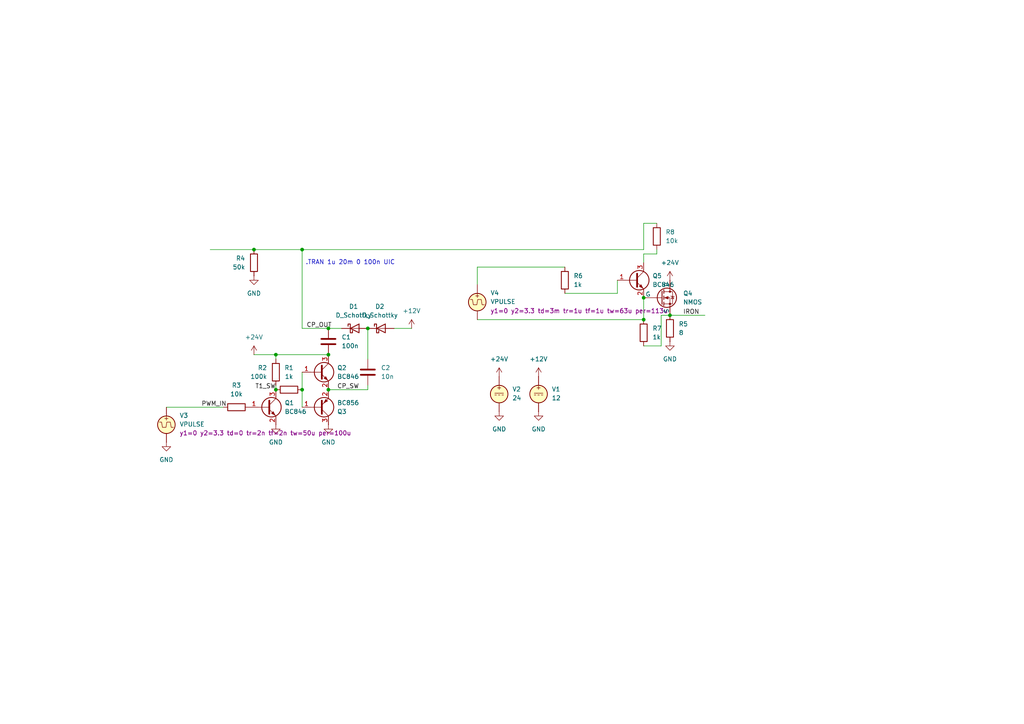
<source format=kicad_sch>
(kicad_sch (version 20250114) (generator "eeschema") (generator_version "9.0")
  (paper "A4")
  (lib_symbols
    (symbol "Device:C" (pin_numbers (hide yes)) (pin_names (offset 0.254))
      (property "Reference" "C" (at 0.635 2.54 0))
      (property "Value" "C" (at 0.635 -2.54 0))
      (symbol "C_0_1"
        (polyline (pts (xy -2.032 0.762) (xy 2.032 0.762)) (stroke (width 0.508)))
        (polyline (pts (xy -2.032 -0.762) (xy 2.032 -0.762)) (stroke (width 0.508)))
      )
      (symbol "C_1_1"
        (pin passive line (at 0 3.81 270) (length 2.794) (name "~") (number "1"))
        (pin passive line (at 0 -3.81 90) (length 2.794) (name "~") (number "2"))
      )
    )
    (symbol "Device:D_Schottky" (pin_numbers (hide yes)) (pin_names (offset 1.016) (hide yes))
      (property "Reference" "D" (at 0 2.54 0))
      (property "Value" "D_Schottky" (at 0 -2.54 0))
      (symbol "D_Schottky_0_1"
        (polyline (pts (xy -1.905 0.635) (xy -1.905 1.27) (xy -1.27 1.27) (xy -1.27 -1.27) (xy -0.635 -1.27) (xy -0.635 -0.635)) (stroke (width 0.254)))
        (polyline (pts (xy 1.27 1.27) (xy 1.27 -1.27) (xy -1.27 0) (xy 1.27 1.27)) (stroke (width 0.254)))
        (polyline (pts (xy 1.27 0) (xy -1.27 0)))
      )
      (symbol "D_Schottky_1_1"
        (pin passive line (at -3.81 0 0) (length 2.54) (name "K") (number "1"))
        (pin passive line (at 3.81 0 180) (length 2.54) (name "A") (number "2"))
      )
    )
    (symbol "Device:R" (pin_numbers (hide yes)) (pin_names (offset 0))
      (property "Reference" "R" (at 2.032 0 90))
      (property "Value" "R" (at 0 0 90))
      (symbol "R_0_1"
        (rectangle (start -1.016 -2.54) (end 1.016 2.54) (stroke (width 0.254)))
      )
      (symbol "R_1_1"
        (pin passive line (at 0 3.81 270) (length 1.27) (name "~") (number "1"))
        (pin passive line (at 0 -3.81 90) (length 1.27) (name "~") (number "2"))
      )
    )
    (symbol "Simulation_SPICE:NMOS" (pin_numbers (hide yes)) (pin_names (offset 0))
      (property "Reference" "Q" (at 5.08 1.27 0))
      (property "Value" "NMOS" (at 5.08 -1.27 0))
      (symbol "NMOS_0_1"
        (polyline (pts (xy 0.254 1.905) (xy 0.254 -1.905)) (stroke (width 0.254)))
        (polyline (pts (xy 0.254 0) (xy -2.54 0)))
        (polyline (pts (xy 0.762 2.286) (xy 0.762 1.27)) (stroke (width 0.254)))
        (polyline (pts (xy 0.762 0.508) (xy 0.762 -0.508)) (stroke (width 0.254)))
        (polyline (pts (xy 0.762 -1.27) (xy 0.762 -2.286)) (stroke (width 0.254)))
        (polyline (pts (xy 0.762 -1.778) (xy 3.302 -1.778) (xy 3.302 1.778) (xy 0.762 1.778)))
        (polyline (pts (xy 1.016 0) (xy 2.032 0.381) (xy 2.032 -0.381) (xy 1.016 0)) (fill (type outline)))
        (circle (center 1.651 0) (radius 2.794) (stroke (width 0.254)))
        (polyline (pts (xy 2.54 2.54) (xy 2.54 1.778)))
        (circle (center 2.54 1.778) (radius 0.254) (fill (type outline)))
        (circle (center 2.54 -1.778) (radius 0.254) (fill (type outline)))
        (polyline (pts (xy 2.54 -2.54) (xy 2.54 0) (xy 0.762 0)))
        (polyline (pts (xy 2.794 0.508) (xy 2.921 0.381) (xy 3.683 0.381) (xy 3.81 0.254)))
        (polyline (pts (xy 3.302 0.381) (xy 2.921 -0.254) (xy 3.683 -0.254) (xy 3.302 0.381)))
      )
      (symbol "NMOS_1_1"
        (pin input line (at -5.08 0 0) (length 2.54) (name "G") (number "2"))
        (pin passive line (at 2.54 5.08 270) (length 2.54) (name "D") (number "1"))
        (pin passive line (at 2.54 -5.08 90) (length 2.54) (name "S") (number "3"))
      )
    )
    (symbol "Simulation_SPICE:VDC" (pin_numbers (hide yes)) (pin_names (offset 0.0254))
      (property "Reference" "V" (at 2.54 2.54 0))
      (property "Value" "1" (at 2.54 0 0))
      (symbol "VDC_0_0"
        (polyline (pts (xy -1.27 0.254) (xy 1.27 0.254)))
        (polyline (pts (xy -0.762 -0.254) (xy -1.27 -0.254)))
        (polyline (pts (xy 0.254 -0.254) (xy -0.254 -0.254)))
        (polyline (pts (xy 1.27 -0.254) (xy 0.762 -0.254)))
        (text "+" (at 0 1.905 0) (effects (font (size 1.27 1.27))))
      )
      (symbol "VDC_0_1"
        (circle (center 0 0) (radius 2.54) (stroke (width 0.254)) (fill (type background)))
      )
      (symbol "VDC_1_1"
        (pin passive line (at 0 5.08 270) (length 2.54) (name "~") (number "1"))
        (pin passive line (at 0 -5.08 90) (length 2.54) (name "~") (number "2"))
      )
    )
    (symbol "Simulation_SPICE:VPULSE" (pin_numbers (hide yes)) (pin_names (offset 0.0254))
      (property "Reference" "V" (at 2.54 2.54 0))
      (property "Value" "VPULSE" (at 2.54 0 0))
      (property "Sim.Params" "y1=0 y2=1 td=2n tr=2n tf=2n tw=50n per=100n" (at 2.54 -2.54 0))
      (symbol "VPULSE_0_0"
        (polyline (pts (xy -2.032 -0.762) (xy -1.397 -0.762) (xy -1.143 0.762) (xy -0.127 0.762) (xy 0.127 -0.762) (xy 1.143 -0.762) (xy 1.397 0.762) (xy 2.032 0.762)))
        (text "+" (at 0 1.905 0) (effects (font (size 1.27 1.27))))
      )
      (symbol "VPULSE_0_1"
        (circle (center 0 0) (radius 2.54) (stroke (width 0.254)) (fill (type background)))
      )
      (symbol "VPULSE_1_1"
        (pin passive line (at 0 5.08 270) (length 2.54) (name "~") (number "1"))
        (pin passive line (at 0 -5.08 90) (length 2.54) (name "~") (number "2"))
      )
    )
    (symbol "Transistor_BJT:BC846" (pin_names (offset 0) (hide yes))
      (property "Reference" "Q" (at 5.08 1.905 0))
      (property "Value" "BC846" (at 5.08 0 0))
      (symbol "BC846_0_1"
        (polyline (pts (xy -2.54 0) (xy 0.635 0)))
        (polyline (pts (xy 0.635 1.905) (xy 0.635 -1.905)) (stroke (width 0.508)))
        (circle (center 1.27 0) (radius 2.8194) (stroke (width 0.254)))
      )
      (symbol "BC846_1_1"
        (polyline (pts (xy 0.635 0.635) (xy 2.54 2.54)))
        (polyline (pts (xy 0.635 -0.635) (xy 2.54 -2.54)))
        (polyline (pts (xy 1.27 -1.778) (xy 1.778 -1.27) (xy 2.286 -2.286) (xy 1.27 -1.778)) (fill (type outline)))
        (pin input line (at -5.08 0 0) (length 2.54) (name "B") (number "1"))
        (pin passive line (at 2.54 5.08 270) (length 2.54) (name "C") (number "3"))
        (pin passive line (at 2.54 -5.08 90) (length 2.54) (name "E") (number "2"))
      )
    )
    (symbol "Transistor_BJT:BC856" (pin_names (offset 0) (hide yes))
      (property "Reference" "Q" (at 5.08 1.905 0))
      (property "Value" "BC856" (at 5.08 0 0))
      (symbol "BC856_0_1"
        (polyline (pts (xy -2.54 0) (xy 0.635 0)))
        (polyline (pts (xy 0.635 1.905) (xy 0.635 -1.905)) (stroke (width 0.508)))
        (polyline (pts (xy 0.635 0.635) (xy 2.54 2.54)))
        (polyline (pts (xy 0.635 -0.635) (xy 2.54 -2.54)))
        (circle (center 1.27 0) (radius 2.8194) (stroke (width 0.254)))
        (polyline (pts (xy 2.286 -1.778) (xy 1.778 -2.286) (xy 1.27 -1.27) (xy 2.286 -1.778)) (fill (type outline)))
      )
      (symbol "BC856_1_1"
        (pin input line (at -5.08 0 0) (length 2.54) (name "B") (number "1"))
        (pin passive line (at 2.54 5.08 270) (length 2.54) (name "C") (number "3"))
        (pin passive line (at 2.54 -5.08 90) (length 2.54) (name "E") (number "2"))
      )
    )
    (symbol "power:+12V" (power) (pin_numbers (hide yes)) (pin_names (offset 0) (hide yes))
      (property "Value" "+12V" (at 0 3.556 0))
      (symbol "+12V_0_1"
        (polyline (pts (xy -0.762 1.27) (xy 0 2.54)))
        (polyline (pts (xy 0 2.54) (xy 0.762 1.27)))
        (polyline (pts (xy 0 0) (xy 0 2.54)))
      )
      (symbol "+12V_1_1"
        (pin power_in line (at 0 0 90) (length 0) (name "~") (number "1"))
      )
    )
    (symbol "power:+24V" (power) (pin_numbers (hide yes)) (pin_names (offset 0) (hide yes))
      (property "Value" "+24V" (at 0 3.556 0))
      (symbol "+24V_0_1"
        (polyline (pts (xy -0.762 1.27) (xy 0 2.54)))
        (polyline (pts (xy 0 2.54) (xy 0.762 1.27)))
        (polyline (pts (xy 0 0) (xy 0 2.54)))
      )
      (symbol "+24V_1_1"
        (pin power_in line (at 0 0 90) (length 0) (name "~") (number "1"))
      )
    )
    (symbol "power:GND" (power) (pin_numbers (hide yes)) (pin_names (offset 0) (hide yes))
      (property "Value" "GND" (at 0 -3.81 0))
      (symbol "GND_0_1"
        (polyline (pts (xy 0 0) (xy 0 -1.27) (xy 1.27 -1.27) (xy 0 -2.54) (xy -1.27 -1.27) (xy 0 -1.27)))
      )
      (symbol "GND_1_1"
        (pin power_in line (at 0 0 270) (length 0) (name "~") (number "1"))
      )
    )
  )
  (text ".TRAN 1u 20m 0 100n UIC" (at 101.6 76.2 0) (effects (font (size 1.27 1.27))))
  (junction (at 95.25 95.25))
  (junction (at 194.31 91.44))
  (junction (at 186.69 86.36))
  (junction (at 87.63 113.03))
  (junction (at 95.25 113.03))
  (junction (at 80.01 102.87))
  (junction (at 87.63 72.39))
  (junction (at 73.66 72.39))
  (junction (at 95.25 102.87))
  (junction (at 186.69 92.71))
  (junction (at 106.68 95.25))
  (junction (at 80.01 113.03))
  (wire (pts (xy 194.31 91.44) (xy 204.47 91.44)))
  (wire (pts (xy 80.01 102.87) (xy 80.01 104.14)))
  (wire (pts (xy 106.68 95.25) (xy 106.68 104.14)))
  (wire (pts (xy 60.96 72.39) (xy 73.66 72.39)))
  (wire (pts (xy 190.5 72.39) (xy 190.5 73.66)))
  (wire (pts (xy 186.69 76.2) (xy 186.69 73.66)))
  (wire (pts (xy 179.07 85.09) (xy 179.07 81.28)))
  (wire (pts (xy 87.63 95.25) (xy 87.63 72.39)))
  (wire (pts (xy 138.43 77.47) (xy 163.83 77.47)))
  (wire (pts (xy 87.63 72.39) (xy 186.69 72.39)))
  (wire (pts (xy 186.69 86.36) (xy 186.69 92.71)))
  (wire (pts (xy 191.77 91.44) (xy 194.31 91.44)))
  (wire (pts (xy 87.63 107.95) (xy 87.63 113.03)))
  (wire (pts (xy 186.69 73.66) (xy 190.5 73.66)))
  (wire (pts (xy 191.77 100.33) (xy 191.77 91.44)))
  (wire (pts (xy 73.66 102.87) (xy 80.01 102.87)))
  (wire (pts (xy 87.63 113.03) (xy 87.63 118.11)))
  (wire (pts (xy 114.3 95.25) (xy 119.38 95.25)))
  (wire (pts (xy 163.83 85.09) (xy 179.07 85.09)))
  (wire (pts (xy 186.69 100.33) (xy 191.77 100.33)))
  (wire (pts (xy 95.25 102.87) (xy 80.01 102.87)))
  (wire (pts (xy 80.01 111.76) (xy 80.01 113.03)))
  (wire (pts (xy 95.25 95.25) (xy 99.06 95.25)))
  (wire (pts (xy 190.5 64.77) (xy 186.69 64.77)))
  (wire (pts (xy 48.26 118.11) (xy 64.77 118.11)))
  (wire (pts (xy 106.68 113.03) (xy 95.25 113.03)))
  (wire (pts (xy 87.63 95.25) (xy 95.25 95.25)))
  (wire (pts (xy 106.68 111.76) (xy 106.68 113.03)))
  (wire (pts (xy 186.69 64.77) (xy 186.69 72.39)))
  (wire (pts (xy 73.66 72.39) (xy 87.63 72.39)))
  (wire (pts (xy 138.43 92.71) (xy 186.69 92.71)))
  (wire (pts (xy 138.43 77.47) (xy 138.43 82.55)))
  (label "IRON" (at 198.12 91.44 0))
  (label "CP_SW" (at 97.79 113.03 0))
  (label "T1_SW" (at 80.01 113.03 180))
  (label "CP_OUT" (at 88.9 95.25 0))
  (label "PWM_IN" (at 58.42 118.11 0))
  (symbol (lib_id "Simulation_SPICE:VDC") (at 156.21 114.3 0) (unit 1)
    (property "Reference" "V1" (at 160.02 112.9001 0) (effects (justify left)))
    (property "Value" "12" (at 160.02 115.4401 0) (effects (justify left)))
    (property "Datasheet" "https://ngspice.sourceforge.io/docs/ngspice-html-manual/manual.xhtml#sec_Independent_Sources_for" (effects (hide yes)))
    (property "Description" "Voltage source, DC" (effects (hide yes)))
    (property "Sim.Pins" "1=+ 2=-" (effects (hide yes)))
    (property "Sim.Type" "DC" (effects (hide yes)))
    (property "Sim.Device" "V" (effects (hide yes)))
  )
  (symbol (lib_id "power:+12V") (at 119.38 95.25 0) (unit 1)
    (property "Reference" "#PWR01" (effects (hide yes)))
    (property "Value" "+12V" (at 119.38 90.17 0))
    (property "Description" "Power symbol creates a global label with name \"+12V\"" (effects (hide yes)))
  )
  (symbol (lib_id "Simulation_SPICE:NMOS") (at 191.77 86.36 0) (unit 1)
    (property "Reference" "Q4" (at 198.12 85.0899 0) (effects (justify left)))
    (property "Value" "NMOS" (at 198.12 87.6299 0) (effects (justify left)))
    (property "Datasheet" "https://ngspice.sourceforge.io/docs/ngspice-html-manual/manual.xhtml#cha_MOSFETs" (effects (hide yes)))
    (property "Description" "N-MOSFET transistor, drain/source/gate" (effects (hide yes)))
    (property "Sim.Device" "SUBCKT" (effects (hide yes)))
    (property "Sim.Pins" "1=D 2=G 3=S" (effects (hide yes)))
    (property "Sim.Library" "C:\\repos\\spice\\SQD40N06-14L_PS.spice" (effects (hide yes)))
    (property "Sim.Name" "SQD40N06-14L" (effects (hide yes)))
  )
  (symbol (lib_id "Device:D_Schottky") (at 110.49 95.25 0) (unit 1)
    (property "Reference" "D2" (at 110.1725 88.9 0))
    (property "Value" "D_Schottky" (at 110.1725 91.44 0))
    (property "Description" "Schottky diode" (effects (hide yes)))
    (property "Sim.Library" "C:\\repos\\spice\\1N5819.spice" (effects (hide yes)))
    (property "Sim.Name" "DI_1N5819" (effects (hide yes)))
    (property "Sim.Device" "D" (effects (hide yes)))
    (property "Sim.Pins" "1=K 2=A" (effects (hide yes)))
  )
  (symbol (lib_id "Transistor_BJT:BC856") (at 92.71 118.11 0) (mirror x) (unit 1)
    (property "Reference" "Q3" (at 97.79 119.3801 0) (effects (justify left)))
    (property "Value" "BC856" (at 97.79 116.8401 0) (effects (justify left)))
    (property "Footprint" "Package_TO_SOT_SMD:SOT-23" (effects (hide yes)))
    (property "Datasheet" "https://www.onsemi.com/pub/Collateral/BC860-D.pdf" (effects (hide yes)))
    (property "Description" "0.1A Ic, 65V Vce, PNP Transistor, SOT-23" (effects (hide yes)))
    (property "Sim.Device" "SUBCKT" (effects (hide yes)))
    (property "Sim.Pins" "1=2 2=3 3=1" (effects (hide yes)))
    (property "Sim.Library" "C:\\repos\\spice\\BC856B.spice" (effects (hide yes)))
    (property "Sim.Name" "BC856B" (effects (hide yes)))
  )
  (symbol (lib_id "power:GND") (at 95.25 123.19 0) (unit 1)
    (property "Reference" "#PWR010" (effects (hide yes)))
    (property "Value" "GND" (at 95.25 128.27 0))
    (property "Description" "Power symbol creates a global label with name \"GND\" , ground" (effects (hide yes)))
  )
  (symbol (lib_id "Device:C") (at 95.25 99.06 0) (unit 1)
    (property "Reference" "C1" (at 99.06 97.7899 0) (effects (justify left)))
    (property "Value" "100n" (at 99.06 100.3299 0) (effects (justify left)))
    (property "Description" "Unpolarized capacitor" (effects (hide yes)))
  )
  (symbol (lib_id "Simulation_SPICE:VDC") (at 144.78 114.3 0) (unit 1)
    (property "Reference" "V2" (at 148.59 112.9001 0) (effects (justify left)))
    (property "Value" "24" (at 148.59 115.4401 0) (effects (justify left)))
    (property "Datasheet" "https://ngspice.sourceforge.io/docs/ngspice-html-manual/manual.xhtml#sec_Independent_Sources_for" (effects (hide yes)))
    (property "Description" "Voltage source, DC" (effects (hide yes)))
    (property "Sim.Pins" "1=+ 2=-" (effects (hide yes)))
    (property "Sim.Type" "DC" (effects (hide yes)))
    (property "Sim.Device" "V" (effects (hide yes)))
  )
  (symbol (lib_id "Transistor_BJT:BC846") (at 92.71 107.95 0) (unit 1)
    (property "Reference" "Q2" (at 97.79 106.6799 0) (effects (justify left)))
    (property "Value" "BC846" (at 97.79 109.2199 0) (effects (justify left)))
    (property "Footprint" "Package_TO_SOT_SMD:SOT-23" (effects (hide yes)))
    (property "Datasheet" "https://assets.nexperia.com/documents/data-sheet/BC846_SER.pdf" (effects (hide yes)))
    (property "Description" "0.1A Ic, 65V Vce, NPN Transistor, SOT-23" (effects (hide yes)))
    (property "Sim.Device" "SUBCKT" (effects (hide yes)))
    (property "Sim.Pins" "1=2 2=3 3=1" (effects (hide yes)))
    (property "Sim.Library" "C:\\repos\\spice\\BC846B.spice" (effects (hide yes)))
    (property "Sim.Name" "BC846B" (effects (hide yes)))
  )
  (symbol (lib_id "power:+24V") (at 194.31 81.28 0) (unit 1)
    (property "Reference" "#PWR012" (effects (hide yes)))
    (property "Value" "+24V" (at 194.31 76.2 0))
    (property "Description" "Power symbol creates a global label with name \"+24V\"" (effects (hide yes)))
  )
  (symbol (lib_id "power:+12V") (at 156.21 109.22 0) (unit 1)
    (property "Reference" "#PWR04" (effects (hide yes)))
    (property "Value" "+12V" (at 156.21 104.14 0))
    (property "Description" "Power symbol creates a global label with name \"+12V\"" (effects (hide yes)))
  )
  (symbol (lib_id "power:GND") (at 144.78 119.38 0) (unit 1)
    (property "Reference" "#PWR08" (effects (hide yes)))
    (property "Value" "GND" (at 144.78 124.46 0))
    (property "Description" "Power symbol creates a global label with name \"GND\" , ground" (effects (hide yes)))
  )
  (symbol (lib_id "Device:R") (at 68.58 118.11 90) (unit 1)
    (property "Reference" "R3" (at 68.58 111.76 90))
    (property "Value" "10k" (at 68.58 114.3 90))
    (property "Description" "Resistor" (effects (hide yes)))
  )
  (symbol (lib_id "Device:C") (at 106.68 107.95 0) (unit 1)
    (property "Reference" "C2" (at 110.49 106.6799 0) (effects (justify left)))
    (property "Value" "10n" (at 110.49 109.2199 0) (effects (justify left)))
    (property "Description" "Unpolarized capacitor" (effects (hide yes)))
  )
  (symbol (lib_id "Transistor_BJT:BC846") (at 184.15 81.28 0) (unit 1)
    (property "Reference" "Q5" (at 189.23 80.0099 0) (effects (justify left)))
    (property "Value" "BC846" (at 189.23 82.5499 0) (effects (justify left)))
    (property "Footprint" "Package_TO_SOT_SMD:SOT-23" (effects (hide yes)))
    (property "Datasheet" "https://assets.nexperia.com/documents/data-sheet/BC846_SER.pdf" (effects (hide yes)))
    (property "Description" "0.1A Ic, 65V Vce, NPN Transistor, SOT-23" (effects (hide yes)))
    (property "Sim.Device" "SUBCKT" (effects (hide yes)))
    (property "Sim.Pins" "1=2 2=3 3=1" (effects (hide yes)))
    (property "Sim.Library" "C:\\repos\\spice\\BC846B.spice" (effects (hide yes)))
    (property "Sim.Name" "BC846B" (effects (hide yes)))
  )
  (symbol (lib_id "Device:R") (at 190.5 68.58 0) (unit 1)
    (property "Reference" "R8" (at 193.04 67.3099 0) (effects (justify left)))
    (property "Value" "10k" (at 193.04 69.8499 0) (effects (justify left)))
    (property "Description" "Resistor" (effects (hide yes)))
  )
  (symbol (lib_id "power:GND") (at 73.66 80.01 0) (unit 1)
    (property "Reference" "#PWR03" (effects (hide yes)))
    (property "Value" "GND" (at 73.66 85.09 0))
    (property "Description" "Power symbol creates a global label with name \"GND\" , ground" (effects (hide yes)))
  )
  (symbol (lib_id "power:+24V") (at 73.66 102.87 0) (unit 1)
    (property "Reference" "#PWR06" (effects (hide yes)))
    (property "Value" "+24V" (at 73.66 97.79 0))
    (property "Description" "Power symbol creates a global label with name \"+24V\"" (effects (hide yes)))
  )
  (symbol (lib_id "Device:R") (at 194.31 95.25 0) (unit 1)
    (property "Reference" "R5" (at 196.85 93.9799 0) (effects (justify left)))
    (property "Value" "8" (at 196.85 96.5199 0) (effects (justify left)))
    (property "Description" "Resistor" (effects (hide yes)))
  )
  (symbol (lib_id "Device:R") (at 186.69 96.52 0) (unit 1)
    (property "Reference" "R7" (at 189.23 95.2499 0) (effects (justify left)))
    (property "Value" "1k" (at 189.23 97.7899 0) (effects (justify left)))
    (property "Description" "Resistor" (effects (hide yes)))
  )
  (symbol (lib_id "power:GND") (at 194.31 99.06 0) (unit 1)
    (property "Reference" "#PWR011" (effects (hide yes)))
    (property "Value" "GND" (at 194.31 104.14 0))
    (property "Description" "Power symbol creates a global label with name \"GND\" , ground" (effects (hide yes)))
  )
  (symbol (lib_id "Device:D_Schottky") (at 102.87 95.25 0) (unit 1)
    (property "Reference" "D1" (at 102.5525 88.9 0))
    (property "Value" "D_Schottky" (at 102.5525 91.44 0))
    (property "Description" "Schottky diode" (effects (hide yes)))
    (property "Sim.Library" "C:\\repos\\spice\\1N5819.spice" (effects (hide yes)))
    (property "Sim.Name" "DI_1N5819" (effects (hide yes)))
    (property "Sim.Device" "D" (effects (hide yes)))
    (property "Sim.Pins" "1=K 2=A" (effects (hide yes)))
  )
  (symbol (lib_id "Simulation_SPICE:VPULSE") (at 48.26 123.19 0) (mirror y) (unit 1)
    (property "Reference" "V3" (at 52.07 120.5201 0) (effects (justify right)))
    (property "Value" "VPULSE" (at 52.07 123.0601 0) (effects (justify right)))
    (property "Datasheet" "https://ngspice.sourceforge.io/docs/ngspice-html-manual/manual.xhtml#sec_Independent_Sources_for" (effects (hide yes)))
    (property "Description" "Voltage source, pulse" (effects (hide yes)))
    (property "Sim.Pins" "1=+ 2=-" (effects (hide yes)))
    (property "Sim.Type" "PULSE" (effects (hide yes)))
    (property "Sim.Device" "V" (effects (hide yes)))
    (property "Sim.Params" "y1=0 y2=3.3 td=0 tr=2n tf=2n tw=50u per=100u" (at 52.07 125.6001 0) (effects (justify right)))
  )
  (symbol (lib_id "power:+24V") (at 144.78 109.22 0) (unit 1)
    (property "Reference" "#PWR07" (effects (hide yes)))
    (property "Value" "+24V" (at 144.78 104.14 0))
    (property "Description" "Power symbol creates a global label with name \"+24V\"" (effects (hide yes)))
  )
  (symbol (lib_id "Device:R") (at 83.82 113.03 90) (unit 1)
    (property "Reference" "R1" (at 83.82 106.68 90))
    (property "Value" "1k" (at 83.82 109.22 90))
    (property "Description" "Resistor" (effects (hide yes)))
  )
  (symbol (lib_id "power:GND") (at 156.21 119.38 0) (unit 1)
    (property "Reference" "#PWR05" (effects (hide yes)))
    (property "Value" "GND" (at 156.21 124.46 0))
    (property "Description" "Power symbol creates a global label with name \"GND\" , ground" (effects (hide yes)))
  )
  (symbol (lib_id "Device:R") (at 80.01 107.95 0) (mirror x) (unit 1)
    (property "Reference" "R2" (at 77.47 106.6799 0) (effects (justify right)))
    (property "Value" "100k" (at 77.47 109.2199 0) (effects (justify right)))
    (property "Description" "Resistor" (effects (hide yes)))
  )
  (symbol (lib_id "Simulation_SPICE:VPULSE") (at 138.43 87.63 0) (mirror y) (unit 1)
    (property "Reference" "V4" (at 142.24 84.9601 0) (effects (justify right)))
    (property "Value" "VPULSE" (at 142.24 87.5001 0) (effects (justify right)))
    (property "Datasheet" "https://ngspice.sourceforge.io/docs/ngspice-html-manual/manual.xhtml#sec_Independent_Sources_for" (effects (hide yes)))
    (property "Description" "Voltage source, pulse" (effects (hide yes)))
    (property "Sim.Pins" "1=+ 2=-" (effects (hide yes)))
    (property "Sim.Type" "PULSE" (effects (hide yes)))
    (property "Sim.Device" "V" (effects (hide yes)))
    (property "Sim.Params" "y1=0 y2=3.3 td=3m tr=1u tf=1u tw=63u per=113u" (at 142.24 90.17 0) (effects (justify right)))
  )
  (symbol (lib_id "Device:R") (at 163.83 81.28 0) (unit 1)
    (property "Reference" "R6" (at 166.37 80.0099 0) (effects (justify left)))
    (property "Value" "1k" (at 166.37 82.5499 0) (effects (justify left)))
    (property "Description" "Resistor" (effects (hide yes)))
  )
  (symbol (lib_id "Device:R") (at 73.66 76.2 0) (mirror x) (unit 1)
    (property "Reference" "R4" (at 71.12 74.9299 0) (effects (justify right)))
    (property "Value" "50k" (at 71.12 77.4699 0) (effects (justify right)))
    (property "Description" "Resistor" (effects (hide yes)))
  )
  (symbol (lib_id "power:GND") (at 80.01 123.19 0) (unit 1)
    (property "Reference" "#PWR02" (effects (hide yes)))
    (property "Value" "GND" (at 80.01 128.27 0))
    (property "Description" "Power symbol creates a global label with name \"GND\" , ground" (effects (hide yes)))
  )
  (symbol (lib_id "Transistor_BJT:BC846") (at 77.47 118.11 0) (unit 1)
    (property "Reference" "Q1" (at 82.55 116.8399 0) (effects (justify left)))
    (property "Value" "BC846" (at 82.55 119.3799 0) (effects (justify left)))
    (property "Footprint" "Package_TO_SOT_SMD:SOT-23" (effects (hide yes)))
    (property "Datasheet" "https://assets.nexperia.com/documents/data-sheet/BC846_SER.pdf" (effects (hide yes)))
    (property "Description" "0.1A Ic, 65V Vce, NPN Transistor, SOT-23" (effects (hide yes)))
    (property "Sim.Device" "SUBCKT" (effects (hide yes)))
    (property "Sim.Pins" "1=2 2=3 3=1" (effects (hide yes)))
    (property "Sim.Library" "C:\\repos\\spice\\BC846B.spice" (effects (hide yes)))
    (property "Sim.Name" "BC846B" (effects (hide yes)))
  )
  (symbol (lib_id "power:GND") (at 48.26 128.27 0) (unit 1)
    (property "Reference" "#PWR09" (effects (hide yes)))
    (property "Value" "GND" (at 48.26 133.35 0))
    (property "Description" "Power symbol creates a global label with name \"GND\" , ground" (effects (hide yes)))
  )
)
</source>
